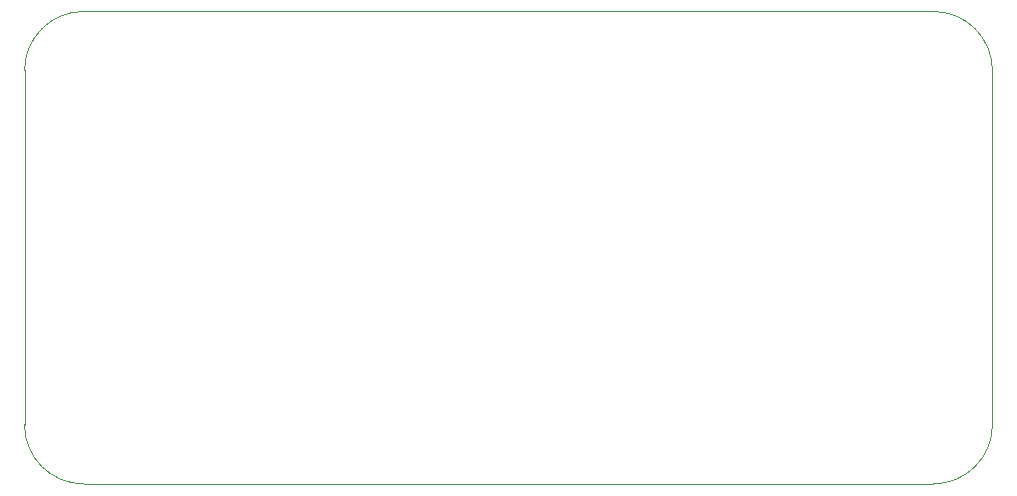
<source format=gm1>
G04 #@! TF.GenerationSoftware,KiCad,Pcbnew,8.0.3*
G04 #@! TF.CreationDate,2024-10-07T11:20:20-06:00*
G04 #@! TF.ProjectId,Atmega328p Board,41746d65-6761-4333-9238-7020426f6172,rev?*
G04 #@! TF.SameCoordinates,Original*
G04 #@! TF.FileFunction,Profile,NP*
%FSLAX46Y46*%
G04 Gerber Fmt 4.6, Leading zero omitted, Abs format (unit mm)*
G04 Created by KiCad (PCBNEW 8.0.3) date 2024-10-07 11:20:20*
%MOMM*%
%LPD*%
G01*
G04 APERTURE LIST*
G04 #@! TA.AperFunction,Profile*
%ADD10C,0.050000*%
G04 #@! TD*
G04 APERTURE END LIST*
D10*
X138064466Y-114985534D02*
X138064466Y-84985534D01*
X138064466Y-84985534D02*
G75*
G02*
X143064466Y-79985466I5000034J34D01*
G01*
X215014466Y-119985534D02*
X143064466Y-119985534D01*
X143064466Y-79985534D02*
X215014466Y-79985534D01*
X220014466Y-84985534D02*
X220014466Y-114985534D01*
X220014466Y-114985534D02*
G75*
G02*
X215014466Y-119985466I-4999966J34D01*
G01*
X143064466Y-119985534D02*
G75*
G02*
X138064466Y-114985534I34J5000034D01*
G01*
X215014466Y-79985534D02*
G75*
G02*
X220014466Y-84985534I34J-4999966D01*
G01*
M02*

</source>
